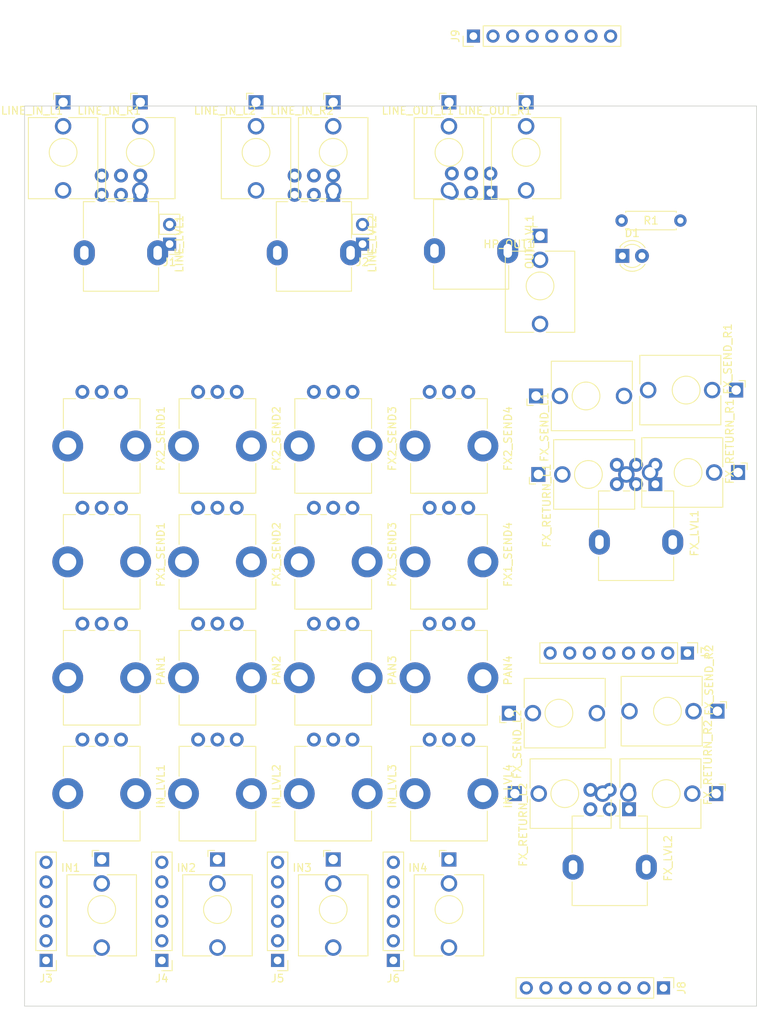
<source format=kicad_pcb>
(kicad_pcb (version 20221018) (generator pcbnew)
  (layers (0 "F.Cu" signal) (31 "B.Cu" signal) (34 "B.Paste" user) (35 "F.Paste" user) (36 "B.SilkS" user "B.Silkscreen") (37 "F.SilkS" user "F.Silkscreen") (38 "B.Mask" user) (39 "F.Mask" user) (44 "Edge.Cuts" user))
  (net 0 "")
  (net 1 "GND")
  (net 2 "/channel1/E1")
  (net 3 "/channel1/EF")
  (net 4 "/channel2/E1")
  (net 5 "/channel2/EF")
  (net 6 "/channel3/E1")
  (net 7 "/channel3/EF")
  (net 8 "/channel4/E1")
  (net 9 "/channel4/EF")
  (net 10 "/channel1/E2")
  (net 11 "/channel2/E2")
  (net 12 "/channel3/E2")
  (net 13 "/channel4/E2")
  (net 14 "Net-(IN2-PadT)")
  (net 15 "Net-(IN3-PadT)")
  (net 16 "Net-(IN4-PadT)")
  (net 17 "/channel1/IN")
  (net 18 "/channel2/IN")
  (net 19 "/channel3/IN")
  (net 20 "/channel4/IN")
  (net 21 "/channel1/PANL")
  (net 22 "/channel1/PANR")
  (net 23 "/channel2/PANL")
  (net 24 "/channel2/PANR")
  (net 25 "/channel3/PANL")
  (net 26 "/channel3/PANR")
  (net 27 "/channel4/PANL")
  (net 28 "/channel4/PANR")
  (net 29 "Net-(IN1-PadT)")
  (net 30 "Net-(D1-K)")
  (net 31 "+12V")
  (net 32 "/outputs/HPHR")
  (net 33 "Net-(J1-Pin_1)")
  (net 34 "Net-(LINE_IN_L1-PadT)")
  (net 35 "Net-(LINE_IN_L2-PadT)")
  (net 36 "Net-(LINE_IN_R1-PadT)")
  (net 37 "Net-(LINE_IN_R2-PadT)")
  (net 58 "Net-(J1-Pin_2)")
  (net 59 "Net-(J2-Pin_1)")
  (net 60 "Net-(J2-Pin_2)")
  (net 77 "/outputs/HPIL")
  (net 78 "/outputs/HPHL")
  (net 79 "/outputs/HPOL")
  (net 80 "/outputs/LLOUT")
  (net 81 "/outputs/RLOUT")
  (net 82 "/outputs/HPOR")
  (net 83 "/outputs/HPIR")
  (footprint "Library:Jack_3.5mm_QingPu_WQP-PJ398SM_Vertical_CircularHoles" (layer "F.Cu") (at 25 110)
    (fp_text reference "IN2" (at -4.03 -5.4 180) (layer "F.SilkS"))
    (fp_text value "AudioJack3")
    (pad "S" thru_hole rect (at 0 -6.48 180) (size 1.93 1.83) (drill 1.22) (layers "*.Cu" "*.Mask") (net 1 "GND"))
    (pad "T" thru_hole circle (at 0 4.92 180) (size 2.13 2.13) (drill 1.43) (layers "*.Cu" "*.Mask") (net 14 "Net-(IN2-PadT)"))
    (pad "TN" thru_hole circle (at 0 -3.38 180) (size 2.13 2.13) (drill 1.42) (layers "*.Cu" "*.Mask"))
  )
  (footprint "Library:Jack_3.5mm_QingPu_WQP-PJ398SM_Vertical_CircularHoles" (layer "F.Cu") (at 40 12)
    (fp_text reference "LINE_IN_R2" (at -4.03 -5.4 180) (layer "F.SilkS"))
    (fp_text value "AudioJack3")
    (pad "S" thru_hole rect (at 0 -6.48 180) (size 1.93 1.83) (drill 1.22) (layers "*.Cu" "*.Mask") (net 1 "GND"))
    (pad "T" thru_hole circle (at 0 4.92 180) (size 2.13 2.13) (drill 1.43) (layers "*.Cu" "*.Mask") (net 37 "Net-(LINE_IN_R2-PadT)"))
    (pad "TN" thru_hole circle (at 0 -3.38 180) (size 2.13 2.13) (drill 1.42) (layers "*.Cu" "*.Mask"))
  )
  (footprint "Library:Jack_3.5mm_QingPu_WQP-PJ398SM_Vertical_CircularHoles" (layer "F.Cu") (at 72.762 43.528 90)
    (fp_text reference "FX_SEND_L1" (at -4.03 -5.4 90) (layer "F.SilkS"))
    (fp_text value "AudioJack3")
    (pad "S" thru_hole rect (at 0 -6.48 270) (size 1.93 1.83) (drill 1.22) (layers "*.Cu" "*.Mask") (net 1 "GND"))
    (pad "T" thru_hole circle (at 0 4.92 270) (size 2.13 2.13) (drill 1.43) (layers "*.Cu" "*.Mask"))
    (pad "TN" thru_hole circle (at 0 -3.38 270) (size 2.13 2.13) (drill 1.42) (layers "*.Cu" "*.Mask"))
  )
  (footprint "Library:Jack_3.5mm_QingPu_WQP-PJ398SM_Vertical_CircularHoles" (layer "F.Cu") (at 70.01 94.996 90)
    (fp_text reference "FX_RETURN_L2" (at -4.03 -5.4 90) (layer "F.SilkS"))
    (fp_text value "AudioJack3")
    (pad "S" thru_hole rect (at 0 -6.48 270) (size 1.93 1.83) (drill 1.22) (layers "*.Cu" "*.Mask") (net 1 "GND"))
    (pad "T" thru_hole circle (at 0 4.92 270) (size 2.13 2.13) (drill 1.43) (layers "*.Cu" "*.Mask"))
    (pad "TN" thru_hole circle (at 0 -3.38 270) (size 2.13 2.13) (drill 1.42) (layers "*.Cu" "*.Mask"))
  )
  (footprint "Library:Potentiometer_Alpha_RD902F-40-00D_Dual_Vertical" (layer "F.Cu") (at 57.872 24.735 -90)
    (fp_text reference "OUT_LVL1" (at -1.15 -7.56 90) (layer "F.SilkS"))
    (fp_text value "100K")
    (pad "" thru_hole oval (at 0 -4.75) (size 2.72 3.24) (drill oval 1.1 1.8) (layers "*.Cu" "*.Mask"))
    (pad "" thru_hole oval (at 0 4.75) (size 2.72 3.24) (drill oval 1.1 1.8) (layers "*.Cu" "*.Mask"))
    (pad "1" thru_hole rect (at -7.5 -2.5) (size 1.8 1.8) (drill 1) (layers "*.Cu" "*.Mask") (net 1 "GND"))
    (pad "2" thru_hole circle (at -7.5 0) (size 1.8 1.8) (drill 1) (layers "*.Cu" "*.Mask") (net 77 "/outputs/HPIL"))
    (pad "3" thru_hole circle (at -7.5 2.5) (size 1.8 1.8) (drill 1) (layers "*.Cu" "*.Mask") (net 79 "/outputs/HPOL"))
    (pad "4" thru_hole circle (at -10 -2.5) (size 1.8 1.8) (drill 1) (layers "*.Cu" "*.Mask") (net 1 "GND"))
    (pad "5" thru_hole circle (at -10 0) (size 1.8 1.8) (drill 1) (layers "*.Cu" "*.Mask") (net 83 "/outputs/HPIR"))
    (pad "6" thru_hole circle (at -10 2.5) (size 1.8 1.8) (drill 1) (layers "*.Cu" "*.Mask") (net 82 "/outputs/HPOR"))
  )
  (footprint "Library:R_Axial_DIN0207_L6.3mm_D2.5mm_P7.62mm_Horizontal" (layer "F.Cu") (at 77.37 20.825)
    (fp_text reference "R1" (at 3.81 0) (layer "F.SilkS"))
    (fp_text value "4.7K")
    (pad "1" thru_hole circle (at 0 0) (size 1.6 1.6) (drill 0.8) (layers "*.Cu" "*.Mask") (net 30 "Net-(D1-K)"))
    (pad "2" thru_hole oval (at 7.62 0) (size 1.6 1.6) (drill 0.8) (layers "*.Cu" "*.Mask") (net 1 "GND"))
  )
  (footprint "Connector_PinHeader_2.54mm:PinHeader_1x02_P2.54mm_Vertical" (layer "F.Cu") (at 18.796 23.876 180)
    (fp_text reference "J1" (at 0 -2.33) (layer "F.SilkS"))
    (fp_text value "Conn_01x02")
    (pad "1" thru_hole rect (at 0 0 180) (size 1.7 1.7) (drill 1) (layers "*.Cu" "*.Mask") (net 33 "Net-(J1-Pin_1)"))
    (pad "2" thru_hole oval (at 0 2.54 180) (size 1.7 1.7) (drill 1) (layers "*.Cu" "*.Mask") (net 58 "Net-(J1-Pin_2)"))
  )
  (footprint "Library:Potentiometer_Alpha_RD902F-40-00D_Dual_Vertical" (layer "F.Cu") (at 79.248 62.444 -90)
    (fp_text reference "FX_LVL1" (at -1.15 -7.56 90) (layer "F.SilkS"))
    (fp_text value "100K")
    (pad "" thru_hole oval (at 0 -4.75) (size 2.72 3.24) (drill oval 1.1 1.8) (layers "*.Cu" "*.Mask"))
    (pad "" thru_hole oval (at 0 4.75) (size 2.72 3.24) (drill oval 1.1 1.8) (layers "*.Cu" "*.Mask"))
    (pad "1" thru_hole rect (at -7.5 -2.5) (size 1.8 1.8) (drill 1) (layers "*.Cu" "*.Mask"))
    (pad "2" thru_hole circle (at -7.5 0) (size 1.8 1.8) (drill 1) (layers "*.Cu" "*.Mask"))
    (pad "3" thru_hole circle (at -7.5 2.5) (size 1.8 1.8) (drill 1) (layers "*.Cu" "*.Mask"))
    (pad "4" thru_hole circle (at -10 -2.5) (size 1.8 1.8) (drill 1) (layers "*.Cu" "*.Mask"))
    (pad "5" thru_hole circle (at -10 0) (size 1.8 1.8) (drill 1) (layers "*.Cu" "*.Mask"))
    (pad "6" thru_hole circle (at -10 2.5) (size 1.8 1.8) (drill 1) (layers "*.Cu" "*.Mask"))
  )
  (footprint "LED_THT:LED_D3.0mm" (layer "F.Cu") (at 77.47 25.4)
    (fp_text reference "D1" (at 1.27 -2.96) (layer "F.SilkS"))
    (fp_text value "LED")
    (pad "1" thru_hole rect (at 0 0) (size 1.8 1.8) (drill 0.9) (layers "*.Cu" "*.Mask") (net 30 "Net-(D1-K)"))
    (pad "2" thru_hole circle (at 2.54 0) (size 1.8 1.8) (drill 0.9) (layers "*.Cu" "*.Mask") (net 31 "+12V"))
  )
  (footprint "Library:Potentiometer_Bourns_PTV09A-1_Single_Vertical" (layer "F.Cu") (at 25 50)
    (fp_text reference "FX2_SEND2" (at 7.65 -0.95 -90) (layer "F.SilkS"))
    (fp_text value "100K")
    (pad "1" thru_hole circle (at -2.5 -7 270) (size 1.8 1.8) (drill 1) (layers "*.Cu" "*.Mask") (net 1 "GND"))
    (pad "2" thru_hole circle (at 0 -7 270) (size 1.8 1.8) (drill 1) (layers "*.Cu" "*.Mask") (net 11 "/channel2/E2"))
    (pad "3" thru_hole circle (at 2.5 -7 270) (size 1.8 1.8) (drill 1) (layers "*.Cu" "*.Mask") (net 5 "/channel2/EF"))
    (pad "MP" thru_hole circle (at -4.4 0 270) (size 4 4) (drill 2.2) (layers "*.Cu" "*.Mask") (net 1 "GND"))
    (pad "MP" thru_hole circle (at 4.4 0 270) (size 4 4) (drill 2.2) (layers "*.Cu" "*.Mask") (net 1 "GND"))
  )
  (footprint "Library:Jack_3.5mm_QingPu_WQP-PJ398SM_Vertical_CircularHoles" (layer "F.Cu") (at 73.068 53.688 90)
    (fp_text reference "FX_RETURN_L1" (at -4.03 -5.4 90) (layer "F.SilkS"))
    (fp_text value "AudioJack3")
    (pad "S" thru_hole rect (at 0 -6.48 270) (size 1.93 1.83) (drill 1.22) (layers "*.Cu" "*.Mask") (net 1 "GND"))
    (pad "T" thru_hole circle (at 0 4.92 270) (size 2.13 2.13) (drill 1.43) (layers "*.Cu" "*.Mask"))
    (pad "TN" thru_hole circle (at 0 -3.38 270) (size 2.13 2.13) (drill 1.42) (layers "*.Cu" "*.Mask"))
  )
  (footprint "Library:Potentiometer_Bourns_PTV09A-1_Single_Vertical" (layer "F.Cu") (at 25 65)
    (fp_text reference "FX1_SEND2" (at 7.65 -0.95 -90) (layer "F.SilkS"))
    (fp_text value "100K")
    (pad "1" thru_hole circle (at -2.5 -7 270) (size 1.8 1.8) (drill 1) (layers "*.Cu" "*.Mask") (net 1 "GND"))
    (pad "2" thru_hole circle (at 0 -7 270) (size 1.8 1.8) (drill 1) (layers "*.Cu" "*.Mask") (net 4 "/channel2/E1"))
    (pad "3" thru_hole circle (at 2.5 -7 270) (size 1.8 1.8) (drill 1) (layers "*.Cu" "*.Mask") (net 5 "/channel2/EF"))
    (pad "MP" thru_hole circle (at -4.4 0 270) (size 4 4) (drill 2.2) (layers "*.Cu" "*.Mask") (net 1 "GND"))
    (pad "MP" thru_hole circle (at 4.4 0 270) (size 4 4) (drill 2.2) (layers "*.Cu" "*.Mask") (net 1 "GND"))
  )
  (footprint "Library:Potentiometer_Bourns_PTV09A-1_Single_Vertical" (layer "F.Cu") (at 40 50)
    (fp_text reference "FX2_SEND3" (at 7.65 -0.95 -90) (layer "F.SilkS"))
    (fp_text value "100K")
    (pad "1" thru_hole circle (at -2.5 -7 270) (size 1.8 1.8) (drill 1) (layers "*.Cu" "*.Mask") (net 1 "GND"))
    (pad "2" thru_hole circle (at 0 -7 270) (size 1.8 1.8) (drill 1) (layers "*.Cu" "*.Mask") (net 12 "/channel3/E2"))
    (pad "3" thru_hole circle (at 2.5 -7 270) (size 1.8 1.8) (drill 1) (layers "*.Cu" "*.Mask") (net 7 "/channel3/EF"))
    (pad "MP" thru_hole circle (at -4.4 0 270) (size 4 4) (drill 2.2) (layers "*.Cu" "*.Mask") (net 1 "GND"))
    (pad "MP" thru_hole circle (at 4.4 0 270) (size 4 4) (drill 2.2) (layers "*.Cu" "*.Mask") (net 1 "GND"))
  )
  (footprint "Library:Potentiometer_Bourns_PTV09A-1_Single_Vertical" (layer "F.Cu") (at 25 95)
    (fp_text reference "IN_LVL2" (at 7.65 -0.95 -90) (layer "F.SilkS"))
    (fp_text value "100K")
    (pad "1" thru_hole circle (at -2.5 -7 270) (size 1.8 1.8) (drill 1) (layers "*.Cu" "*.Mask") (net 1 "GND"))
    (pad "2" thru_hole circle (at 0 -7 270) (size 1.8 1.8) (drill 1) (layers "*.Cu" "*.Mask") (net 18 "/channel2/IN"))
    (pad "3" thru_hole circle (at 2.5 -7 270) (size 1.8 1.8) (drill 1) (layers "*.Cu" "*.Mask") (net 14 "Net-(IN2-PadT)"))
    (pad "MP" thru_hole circle (at -4.4 0 270) (size 4 4) (drill 2.2) (layers "*.Cu" "*.Mask") (net 1 "GND"))
    (pad "MP" thru_hole circle (at 4.4 0 270) (size 4 4) (drill 2.2) (layers "*.Cu" "*.Mask") (net 1 "GND"))
  )
  (footprint "Library:Potentiometer_Bourns_PTV09A-1_Single_Vertical" (layer "F.Cu") (at 10 65)
    (fp_text reference "FX1_SEND1" (at 7.65 -0.95 -90) (layer "F.SilkS"))
    (fp_text value "100K")
    (pad "1" thru_hole circle (at -2.5 -7 270) (size 1.8 1.8) (drill 1) (layers "*.Cu" "*.Mask") (net 1 "GND"))
    (pad "2" thru_hole circle (at 0 -7 270) (size 1.8 1.8) (drill 1) (layers "*.Cu" "*.Mask") (net 2 "/channel1/E1"))
    (pad "3" thru_hole circle (at 2.5 -7 270) (size 1.8 1.8) (drill 1) (layers "*.Cu" "*.Mask") (net 3 "/channel1/EF"))
    (pad "MP" thru_hole circle (at -4.4 0 270) (size 4 4) (drill 2.2) (layers "*.Cu" "*.Mask") (net 1 "GND"))
    (pad "MP" thru_hole circle (at 4.4 0 270) (size 4 4) (drill 2.2) (layers "*.Cu" "*.Mask") (net 1 "GND"))
  )
  (footprint "Library:Jack_3.5mm_QingPu_WQP-PJ398SM_Vertical_CircularHoles" (layer "F.Cu") (at 55 110)
    (fp_text reference "IN4" (at -4.03 -5.4 180) (layer "F.SilkS"))
    (fp_text value "AudioJack3")
    (pad "S" thru_hole rect (at 0 -6.48 180) (size 1.93 1.83) (drill 1.22) (layers "*.Cu" "*.Mask") (net 1 "GND"))
    (pad "T" thru_hole circle (at 0 4.92 180) (size 2.13 2.13) (drill 1.43) (layers "*.Cu" "*.Mask") (net 16 "Net-(IN4-PadT)"))
    (pad "TN" thru_hole circle (at 0 -3.38 180) (size 2.13 2.13) (drill 1.42) (layers "*.Cu" "*.Mask"))
  )
  (footprint "Library:Potentiometer_Bourns_PTV09A-1_Single_Vertical" (layer "F.Cu") (at 55 80)
    (fp_text reference "PAN4" (at 7.65 -0.95 -90) (layer "F.SilkS"))
    (fp_text value "100K")
    (pad "1" thru_hole circle (at -2.5 -7 270) (size 1.8 1.8) (drill 1) (layers "*.Cu" "*.Mask") (net 27 "/channel4/PANL"))
    (pad "2" thru_hole circle (at 0 -7 270) (size 1.8 1.8) (drill 1) (layers "*.Cu" "*.Mask") (net 1 "GND"))
    (pad "3" thru_hole circle (at 2.5 -7 270) (size 1.8 1.8) (drill 1) (layers "*.Cu" "*.Mask") (net 28 "/channel4/PANR"))
    (pad "MP" thru_hole circle (at -4.4 0 270) (size 4 4) (drill 2.2) (layers "*.Cu" "*.Mask") (net 1 "GND"))
    (pad "MP" thru_hole circle (at 4.4 0 270) (size 4 4) (drill 2.2) (layers "*.Cu" "*.Mask") (net 1 "GND"))
  )
  (footprint "Library:Potentiometer_Alpha_RD902F-40-00D_Dual_Vertical" (layer "F.Cu") (at 12.5 25 -90)
    (fp_text reference "LINE_LVL1" (at -1.15 -7.56 90) (layer "F.SilkS"))
    (fp_text value "100K")
    (pad "" thru_hole oval (at 0 -4.75) (size 2.72 3.24) (drill oval 1.1 1.8) (layers "*.Cu" "*.Mask"))
    (pad "" thru_hole oval (at 0 4.75) (size 2.72 3.24) (drill oval 1.1 1.8) (layers "*.Cu" "*.Mask"))
    (pad "1" thru_hole rect (at -7.5 -2.5) (size 1.8 1.8) (drill 1) (layers "*.Cu" "*.Mask") (net 1 "GND"))
    (pad "2" thru_hole circle (at -7.5 0) (size 1.8 1.8) (drill 1) (layers "*.Cu" "*.Mask") (net 33 "Net-(J1-Pin_1)"))
    (pad "3" thru_hole circle (at -7.5 2.5) (size 1.8 1.8) (drill 1) (layers "*.Cu" "*.Mask") (net 34 "Net-(LINE_IN_L1-PadT)"))
    (pad "4" thru_hole circle (at -10 -2.5) (size 1.8 1.8) (drill 1) (layers "*.Cu" "*.Mask") (net 1 "GND"))
    (pad "5" thru_hole circle (at -10 0) (size 1.8 1.8) (drill 1) (layers "*.Cu" "*.Mask") (net 58 "Net-(J1-Pin_2)"))
    (pad "6" thru_hole circle (at -10 2.5) (size 1.8 1.8) (drill 1) (layers "*.Cu" "*.Mask") (net 36 "Net-(LINE_IN_R1-PadT)"))
  )
  (footprint "Library:Jack_3.5mm_QingPu_WQP-PJ398SM_Vertical_CircularHoles" (layer "F.Cu") (at 40 110)
    (fp_text reference "IN3" (at -4.03 -5.4 180) (layer "F.SilkS"))
    (fp_text value "AudioJack3")
    (pad "S" thru_hole rect (at 0 -6.48 180) (size 1.93 1.83) (drill 1.22) (layers "*.Cu" "*.Mask") (net 1 "GND"))
    (pad "T" thru_hole circle (at 0 4.92 180) (size 2.13 2.13) (drill 1.43) (layers "*.Cu" "*.Mask") (net 15 "Net-(IN3-PadT)"))
    (pad "TN" thru_hole circle (at 0 -3.38 180) (size 2.13 2.13) (drill 1.42) (layers "*.Cu" "*.Mask"))
  )
  (footprint "Library:Jack_3.5mm_QingPu_WQP-PJ398SM_Vertical_CircularHoles" (layer "F.Cu") (at 83.152 94.996 -90)
    (fp_text reference "FX_RETURN_R2" (at -4.03 -5.4 90) (layer "F.SilkS"))
    (fp_text value "AudioJack3")
    (pad "S" thru_hole rect (at 0 -6.48 90) (size 1.93 1.83) (drill 1.22) (layers "*.Cu" "*.Mask") (net 1 "GND"))
    (pad "T" thru_hole circle (at 0 4.92 90) (size 2.13 2.13) (drill 1.43) (layers "*.Cu" "*.Mask"))
    (pad "TN" thru_hole circle (at 0 -3.38 90) (size 2.13 2.13) (drill 1.42) (layers "*.Cu" "*.Mask"))
  )
  (footprint "Library:Potentiometer_Bourns_PTV09A-1_Single_Vertical" (layer "F.Cu") (at 25 80)
    (fp_text reference "PAN2" (at 7.65 -0.95 -90) (layer "F.SilkS"))
    (fp_text value "100K")
    (pad "1" thru_hole circle (at -2.5 -7 270) (size 1.8 1.8) (drill 1) (layers "*.Cu" "*.Mask") (net 23 "/channel2/PANL"))
    (pad "2" thru_hole circle (at 0 -7 270) (size 1.8 1.8) (drill 1) (layers "*.Cu" "*.Mask") (net 1 "GND"))
    (pad "3" thru_hole circle (at 2.5 -7 270) (size 1.8 1.8) (drill 1) (layers "*.Cu" "*.Mask") (net 24 "/channel2/PANR"))
    (pad "MP" thru_hole circle (at -4.4 0 270) (size 4 4) (drill 2.2) (layers "*.Cu" "*.Mask") (net 1 "GND"))
    (pad "MP" thru_hole circle (at 4.4 0 270) (size 4 4) (drill 2.2) (layers "*.Cu" "*.Mask") (net 1 "GND"))
  )
  (footprint "Library:Potentiometer_Alpha_RD902F-40-00D_Dual_Vertical" (layer "F.Cu") (at 37.5 25 -90)
    (fp_text reference "LINE_LVL2" (at -1.15 -7.56 90) (layer "F.SilkS"))
    (fp_text value "100K")
    (pad "" thru_hole oval (at 0 -4.75) (size 2.72 3.24) (drill oval 1.1 1.8) (layers "*.Cu" "*.Mask"))
    (pad "" thru_hole oval (at 0 4.75) (size 2.72 3.24) (drill oval 1.1 1.8) (layers "*.Cu" "*.Mask"))
    (pad "1" thru_hole rect (at -7.5 -2.5) (size 1.8 1.8) (drill 1) (layers "*.Cu" "*.Mask") (net 1 "GND"))
    (pad "2" thru_hole circle (at -7.5 0) (size 1.8 1.8) (drill 1) (layers "*.Cu" "*.Mask") (net 59 "Net-(J2-Pin_1)"))
    (pad "3" thru_hole circle (at -7.5 2.5) (size 1.8 1.8) (drill 1) (layers "*.Cu" "*.Mask") (net 35 "Net-(LINE_IN_L2-PadT)"))
    (pad "4" thru_hole circle (at -10 -2.5) (size 1.8 1.8) (drill 1) (layers "*.Cu" "*.Mask") (net 1 "GND"))
    (pad "5" thru_hole circle (at -10 0) (size 1.8 1.8) (drill 1) (layers "*.Cu" "*.Mask") (net 60 "Net-(J2-Pin_2)"))
    (pad "6" thru_hole circle (at -10 2.5) (size 1.8 1.8) (drill 1) (layers "*.Cu" "*.Mask") (net 37 "Net-(LINE_IN_R2-PadT)"))
  )
  (footprint "Library:Potentiometer_Bourns_PTV09A-1_Single_Vertical" (layer "F.Cu") (at 55 65)
    (fp_text reference "FX1_SEND4" (at 7.65 -0.95 -90) (layer "F.SilkS"))
    (fp_text value "100K")
    (pad "1" thru_hole circle (at -2.5 -7 270) (size 1.8 1.8) (drill 1) (layers "*.Cu" "*.Mask") (net 1 "GND"))
    (pad "2" thru_hole circle (at 0 -7 270) (size 1.8 1.8) (drill 1) (layers "*.Cu" "*.Mask") (net 8 "/channel4/E1"))
    (pad "3" thru_hole circle (at 2.5 -7 270) (size 1.8 1.8) (drill 1) (layers "*.Cu" "*.Mask") (net 9 "/channel4/EF"))
    (pad "MP" thru_hole circle (at -4.4 0 270) (size 4 4) (drill 2.2) (layers "*.Cu" "*.Mask") (net 1 "GND"))
    (pad "MP" thru_hole circle (at 4.4 0 270) (size 4 4) (drill 2.2) (layers "*.Cu" "*.Mask") (net 1 "GND"))
  )
  (footprint "Library:Potentiometer_Bourns_PTV09A-1_Single_Vertical" (layer "F.Cu") (at 10 50)
    (fp_text reference "FX2_SEND1" (at 7.65 -0.95 -90) (layer "F.SilkS"))
    (fp_text value "100K")
    (pad "1" thru_hole circle (at -2.5 -7 270) (size 1.8 1.8) (drill 1) (layers "*.Cu" "*.Mask") (net 1 "GND"))
    (pad "2" thru_hole circle (at 0 -7 270) (size 1.8 1.8) (drill 1) (layers "*.Cu" "*.Mask") (net 10 "/channel1/E2"))
    (pad "3" thru_hole circle (at 2.5 -7 270) (size 1.8 1.8) (drill 1) (layers "*.Cu" "*.Mask") (net 3 "/channel1/EF"))
    (pad "MP" thru_hole circle (at -4.4 0 270) (size 4 4) (drill 2.2) (layers "*.Cu" "*.Mask") (net 1 "GND"))
    (pad "MP" thru_hole circle (at 4.4 0 270) (size 4 4) (drill 2.2) (layers "*.Cu" "*.Mask") (net 1 "GND"))
  )
  (footprint "Library:Jack_3.5mm_QingPu_WQP-PJ398SM_Vertical_CircularHoles" (layer "F.Cu") (at 83.312 84.328 -90)
    (fp_text reference "FX_SEND_R2" (at -4.03 -5.4 90) (layer "F.SilkS"))
    (fp_text value "AudioJack3")
    (pad "S" thru_hole rect (at 0 -6.48 90) (size 1.93 1.83) (drill 1.22) (layers "*.Cu" "*.Mask") (net 1 "GND"))
    (pad "T" thru_hole circle (at 0 4.92 90) (size 2.13 2.13) (drill 1.43) (layers "*.Cu" "*.Mask"))
    (pad "TN" thru_hole circle (at 0 -3.38 90) (size 2.13 2.13) (drill 1.42) (layers "*.Cu" "*.Mask"))
  )
  (footprint "Library:Jack_3.5mm_QingPu_WQP-PJ398SM_Vertical_CircularHoles" (layer "F.Cu") (at 15 12)
    (fp_text reference "LINE_IN_R1" (at -4.03 -5.4 180) (layer "F.SilkS"))
    (fp_text value "AudioJack3")
    (pad "S" thru_hole rect (at 0 -6.48 180) (size 1.93 1.83) (drill 1.22) (layers "*.Cu" "*.Mask") (net 1 "GND"))
    (pad "T" thru_hole circle (at 0 4.92 180) (size 2.13 2.13) (drill 1.43) (layers "*.Cu" "*.Mask") (net 36 "Net-(LINE_IN_R1-PadT)"))
    (pad "TN" thru_hole circle (at 0 -3.38 180) (size 2.13 2.13) (drill 1.42) (layers "*.Cu" "*.Mask"))
  )
  (footprint "Connector_PinHeader_2.54mm:PinHeader_1x08_P2.54mm_Vertical" (layer "F.Cu") (at 58.166 -3.048 90)
    (fp_text reference "J9" (at 0 -2.33 90) (layer "F.SilkS"))
    (fp_text value "Conn_01x08")
    (pad "1" thru_hole rect (at 0 0 90) (size 1.7 1.7) (drill 1) (layers "*.Cu" "*.Mask") (net 77 "/outputs/HPIL"))
    (pad "2" thru_hole oval (at 0 2.54 90) (size 1.7 1.7) (drill 1) (layers "*.Cu" "*.Mask") (net 78 "/outputs/HPHL"))
    (pad "3" thru_hole oval (at 0 5.08 90) (size 1.7 1.7) (drill 1) (layers "*.Cu" "*.Mask") (net 79 "/outputs/HPOL"))
    (pad "4" thru_hole oval (at 0 7.62 90) (size 1.7 1.7) (drill 1) (layers "*.Cu" "*.Mask") (net 80 "/outputs/LLOUT"))
    (pad "5" thru_hole oval (at 0 10.16 90) (size 1.7 1.7) (drill 1) (layers "*.Cu" "*.Mask") (net 81 "/outputs/RLOUT"))
    (pad "6" thru_hole oval (at 0 12.7 90) (size 1.7 1.7) (drill 1) (layers "*.Cu" "*.Mask") (net 82 "/outputs/HPOR"))
    (pad "7" thru_hole oval (at 0 15.24 90) (size 1.7 1.7) (drill 1) (layers "*.Cu" "*.Mask") (net 32 "/outputs/HPHR"))
    (pad "8" thru_hole oval (at 0 17.78 90) (size 1.7 1.7) (drill 1) (layers "*.Cu" "*.Mask") (net 83 "/outputs/HPIR"))
  )
  (footprint "Library:Jack_3.5mm_QingPu_WQP-PJ398SM_Vertical_CircularHoles" (layer "F.Cu") (at 85.732 42.766 -90)
    (fp_text reference "FX_SEND_R1" (at -4.03 -5.4 90) (layer "F.SilkS"))
    (fp_text value "AudioJack3")
    (pad "S" thru_hole rect (at 0 -6.48 90) (size 1.93 1.83) (drill 1.22) (layers "*.Cu" "*.Mask") (net 1 "GND"))
    (pad "T" thru_hole circle (at 0 4.92 90) (size 2.13 2.13) (drill 1.43) (layers "*.Cu" "*.Mask"))
    (pad "TN" thru_hole circle (at 0 -3.38 90) (size 2.13 2.13) (drill 1.42) (layers "*.Cu" "*.Mask"))
  )
  (footprint "Library:Potentiometer_Bourns_PTV09A-1_Single_Vertical" (layer "F.Cu") (at 10 80)
    (fp_text reference "PAN1" (at 7.65 -0.95 -90) (layer "F.SilkS"))
    (fp_text value "100K")
    (pad "1" thru_hole circle (at -2.5 -7 270) (size 1.8 1.8) (drill 1) (layers "*.Cu" "*.Mask") (net 21 "/channel1/PANL"))
    (pad "2" thru_hole circle (at 0 -7 270) (size 1.8 1.8) (drill 1) (layers "*.Cu" "*.Mask") (net 1 "GND"))
    (pad "3" thru_hole circle (at 2.5 -7 270) (size 1.8 1.8) (drill 1) (layers "*.Cu" "*.Mask") (net 22 "/channel1/PANR"))
    (pad "MP" thru_hole circle (at -4.4 0 270) (size 4 4) (drill 2.2) (layers "*.Cu" "*.Mask") (net 1 "GND"))
    (pad "MP" thru_hole circle (at 4.4 0 270) (size 4 4) (drill 2.2) (layers "*.Cu" "*.Mask") (net 1 "GND"))
  )
  (footprint "Library:Potentiometer_Bourns_PTV09A-1_Single_Vertical" (layer "F.Cu") (at 40 95)
    (fp_text reference "IN_LVL3" (at 7.65 -0.95 -90) (layer "F.SilkS"))
    (fp_text value "100K")
    (pad "1" thru_hole circle (at -2.5 -7 270) (size 1.8 1.8) (drill 1) (layers "*.Cu" "*.Mask") (net 1 "GND"))
    (pad "2" thru_hole circle (at 0 -7 270) (size 1.8 1.8) (drill 1) (layers "*.Cu" "*.Mask") (net 19 "/channel3/IN"))
    (pad "3" thru_hole circle (at 2.5 -7 270) (size 1.8 1.8) (drill 1) (layers "*.Cu" "*.Mask") (net 15 "Net-(IN3-PadT)"))
    (pad "MP" thru_hole circle (at -4.4 0 270) (size 4 4) (drill 2.2) (layers "*.Cu" "*.Mask") (net 1 "GND"))
    (pad "MP" thru_hole circle (at 4.4 0 270) (size 4 4) (drill 2.2) (layers "*.Cu" "*.Mask") (net 1 "GND"))
  )
  (footprint "Connector_PinHeader_2.54mm:PinHeader_1x06_P2.54mm_Vertical" (layer "F.Cu") (at 32.794 116.586 180)
    (fp_text reference "J5" (at 0 -2.33) (layer "F.SilkS"))
    (fp_text value "Conn_01x06")
    (pad "1" thru_hole rect (at 0 0 180) (size 1.7 1.7) (drill 1) (layers "*.Cu" "*.Mask") (net 19 "/channel3/IN"))
    (pad "2" thru_hole oval (at 0 2.54 180) (size 1.7 1.7) (drill 1) (layers "*.Cu" "*.Mask") (net 25 "/channel3/PANL"))
    (pad "3" thru_hole oval (at 0 5.08 180) (size 1.7 1.7) (drill 1) (layers "*.Cu" "*.Mask") (net 26 "/channel3/PANR"))
    (pad "4" thru_hole oval (at 0 7.62 180) (size 1.7 1.7) (drill 1) (layers "*.Cu" "*.Mask") (net 7 "/channel3/EF"))
    (pad "5" thru_hole oval (at 0 10.16 180) (size 1.7 1.7) (drill 1) (layers "*.Cu" "*.Mask") (net 6 "/channel3/E1"))
    (pad "6" thru_hole oval (at 0 12.7 180) (size 1.7 1.7) (drill 1) (layers "*.Cu" "*.Mask") (net 12 "/channel3/E2"))
  )
  (footprint "Library:Potentiometer_Bourns_PTV09A-1_Single_Vertical" (layer "F.Cu") (at 55 50)
    (fp_text reference "FX2_SEND4" (at 7.65 -0.95 -90) (layer "F.SilkS"))
    (fp_text value "100K")
    (pad "1" thru_hole circle (at -2.5 -7 270) (size 1.8 1.8) (drill 1) (layers "*.Cu" "*.Mask") (net 1 "GND"))
    (pad "2" thru_hole circle (at 0 -7 270) (size 1.8 1.8) (drill 1) (layers "*.Cu" "*.Mask") (net 13 "/channel4/E2"))
    (pad "3" thru_hole circle (at 2.5 -7 270) (size 1.8 1.8) (drill 1) (layers "*.Cu" "*.Mask") (net 9 "/channel4/EF"))
    (pad "MP" thru_hole circle (at -4.4 0 270) (size 4 4) (drill 2.2) (layers "*.Cu" "*.Mask") (net 1 "GND"))
    (pad "MP" thru_hole circle (at 4.4 0 270) (size 4 4) (drill 2.2) (layers "*.Cu" "*.Mask") (net 1 "GND"))
  )
  (footprint "Library:Jack_3.5mm_QingPu_WQP-PJ398SM_Vertical_CircularHoles" (layer "F.Cu") (at 55 12)
    (fp_text reference "LINE_OUT_L1" (at -4.03 -5.4 180) (layer "F.SilkS"))
    (fp_text value "AudioJack3")
    (pad "S" thru_hole rect (at 0 -6.48 180) (size 1.93 1.83) (drill 1.22) (layers "*.Cu" "*.Mask") (net 1 "GND"))
    (pad "T" thru_hole circle (at 0 4.92 180) (size 2.13 2.13) (drill 1.43) (layers "*.Cu" "*.Mask") (net 81 "/outputs/RLOUT"))
    (pad "TN" thru_hole circle (at 0 -3.38 180) (size 2.13 2.13) (drill 1.42) (layers "*.Cu" "*.Mask"))
  )
  (footprint "Library:Jack_3.5mm_QingPu_WQP-PJ398SM_Vertical_CircularHoles" (layer "F.Cu") (at 66.802 29.288)
    (fp_text reference "HP_OUT1" (at -4.03 -5.4 180) (layer "F.SilkS"))
    (fp_text value "AudioJack3")
    (pad "S" thru_hole rect (at 0 -6.48 180) (size 1.93 1.83) (drill 1.22) (layers "*.Cu" "*.Mask") (net 1 "GND"))
    (pad "T" thru_hole circle (at 0 4.92 180) (size 2.13 2.13) (drill 1.43) (layers "*.Cu" "*.Mask") (net 32 "/outputs/HPHR"))
    (pad "TN" thru_hole circle (at 0 -3.38 180) (size 2.13 2.13) (drill 1.42) (layers "*.Cu" "*.Mask"))
  )
  (footprint "Library:Potentiometer_Bourns_PTV09A-1_Single_Vertical" (layer "F.Cu") (at 40 65)
    (fp_text reference "FX1_SEND3" (at 7.65 -0.95 -90) (layer "F.SilkS"))
    (fp_text value "100K")
    (pad "1" thru_hole circle (at -2.5 -7 270) (size 1.8 1.8) (drill 1) (layers "*.Cu" "*.Mask") (net 1 "GND"))
    (pad "2" thru_hole circle (at 0 -7 270) (size 1.8 1.8) (drill 1) (layers "*.Cu" "*.Mask") (net 6 "/channel3/E1"))
    (pad "3" thru_hole circle (at 2.5 -7 270) (size 1.8 1.8) (drill 1) (layers "*.Cu" "*.Mask") (net 7 "/channel3/EF"))
    (pad "MP" thru_hole circle (at -4.4 0 270) (size 4 4) (drill 2.2) (layers "*.Cu" "*.Mask") (net 1 "GND"))
    (pad "MP" thru_hole circle (at 4.4 0 270) (size 4 4) (drill 2.2) (layers "*.Cu" "*.Mask") (net 1 "GND"))
  )
  (footprint "Connector_PinHeader_2.54mm:PinHeader_1x02_P2.54mm_Vertical" (layer "F.Cu") (at 43.796 23.876 180)
    (fp_text reference "J2" (at 0 -2.33) (layer "F.SilkS"))
    (fp_text value "Conn_01x02")
    (pad "1" thru_hole rect (at 0 0 180) (size 1.7 1.7) (drill 1) (layers "*.Cu" "*.Mask") (net 59 "Net-(J2-Pin_1)"))
    (pad "2" thru_hole oval (at 0 2.54 180) (size 1.7 1.7) (drill 1) (layers "*.Cu" "*.Mask") (net 60 "Net-(J2-Pin_2)"))
  )
  (footprint "Connector_PinHeader_2.54mm:PinHeader_1x08_P2.54mm_Vertical" (layer "F.Cu") (at 82.804 120.142 -90)
    (fp_text reference "J8" (at 0 -2.33 90) (layer "F.SilkS"))
    (fp_text value "Conn_01x08")
    (pad "1" thru_hole rect (at 0 0 270) (size 1.7 1.7) (drill 1) (layers "*.Cu" "*.Mask"))
    (pad "2" thru_hole oval (at 0 2.54 270) (size 1.7 1.7) (drill 1) (layers "*.Cu" "*.Mask"))
    (pad "3" thru_hole oval (at 0 5.08 270) (size 1.7 1.7) (drill 1) (layers "*.Cu" "*.Mask"))
    (pad "4" thru_hole oval (at 0 7.62 270) (size 1.7 1.7) (drill 1) (layers "*.Cu" "*.Mask"))
    (pad "5" thru_hole oval (at 0 10.16 270) (size 1.7 1.7) (drill 1) (layers "*.Cu" "*.Mask"))
    (pad "6" thru_hole oval (at 0 12.7 270) (size 1.7 1.7) (drill 1) (layers "*.Cu" "*.Mask"))
    (pad "7" thru_hole oval (at 0 15.24 270) (size 1.7 1.7) (drill 1) (layers "*.Cu" "*.Mask"))
    (pad "8" thru_hole oval (at 0 17.78 270) (size 1.7 1.7) (drill 1) (layers "*.Cu" "*.Mask"))
  )
  (footprint "Library:Potentiometer_Bourns_PTV09A-1_Single_Vertical" (layer "F.Cu") (at 10 95)
    (fp_text reference "IN_LVL1" (at 7.65 -0.95 -90) (layer "F.SilkS"))
    (fp_text value "100K")
    (pad "1" thru_hole circle (at -2.5 -7 270) (size 1.8 1.8) (drill 1) (layers "*.Cu" "*.Mask") (net 1 "GND"))
    (pad "2" thru_hole circle (at 0 -7 270) (size 1.8 1.8) (drill 1) (layers "*.Cu" "*.Mask") (net 17 "/channel1/IN"))
    (pad "3" thru_hole circle (at 2.5 -7 270) (size 1.8 1.8) (drill 1) (layers "*.Cu" "*.Mask") (net 29 "Net-(IN1-PadT)"))
    (pad "MP" thru_hole circle (at -4.4 0 270) (size 4 4) (drill 2.2) (layers "*.Cu" "*.Mask") (net 1 "GND"))
    (pad "MP" thru_hole circle (at 4.4 0 270) (size 4 4) (drill 2.2) (layers "*.Cu" "*.Mask") (net 1 "GND"))
  )
  (footprint "Library:Potentiometer_Bourns_PTV09A-1_Single_Vertical" (layer "F.Cu") (at 55 95)
    (fp_text reference "IN_LVL4" (at 7.65 -0.95 -90) (layer "F.SilkS"))
    (fp_text value "100K")
    (pad "1" thru_hole circle (at -2.5 -7 270) (size 1.8 1.8) (drill 1) (layers "*.Cu" "*.Mask") (net 1 "GND"))
    (pad "2" thru_hole circle (at 0 -7 270) (size 1.8 1.8) (drill 1) (layers "*.Cu" "*.Mask") (net 20 "/channel4/IN"))
    (pad "3" thru_hole circle (at 2.5 -7 270) (size 1.8 1.8) (drill 1) (layers "*.Cu" "*.Mask") (net 16 "Net-(IN4-PadT)"))
    (pad "MP" thru_hole circle (at -4.4 0 270) (size 4 4) (drill 2.2) (layers "*.Cu" "*.Mask") (net 1 "GND"))
    (pad "MP" thru_hole circle (at 4.4 0 270) (size 4 4) (drill 2.2) (layers "*.Cu" "*.Mask") (net 1 "GND"))
  )
  (footprint "Connector_PinHeader_2.54mm:PinHeader_1x06_P2.54mm_Vertical" (layer "F.Cu") (at 2.794 116.586 180)
    (fp_text reference "J3" (at 0 -2.33) (layer "F.SilkS"))
    (fp_text value "Conn_01x06")
    (pad "1" thru_hole rect (at 0 0 180) (size 1.7 1.7) (drill 1) (layers "*.Cu" "*.Mask") (net 17 "/channel1/IN"))
    (pad "2" thru_hole oval (at 0 2.54 180) (size 1.7 1.7) (drill 1) (layers "*.Cu" "*.Mask") (net 21 "/channel1/PANL"))
    (pad "3" thru_hole oval (at 0 5.08 180) (size 1.7 1.7) (drill 1) (layers "*.Cu" "*.Mask") (net 22 "/channel1/PANR"))
    (pad "4" thru_hole oval (at 0 7.62 180) (size 1.7 1.7) (drill 1) (layers "*.Cu" "*.Mask") (net 3 "/channel1/EF"))
    (pad "5" thru_hole oval (at 0 10.16 180) (size 1.7 1.7) (drill 1) (layers "*.Cu" "*.Mask") (net 2 "/channel1/E1"))
    (pad "6" thru_hole oval (at 0 12.7 180) (size 1.7 1.7) (drill 1) (layers "*.Cu" "*.Mask") (net 10 "/channel1/E2"))
  )
  (footprint "Library:Jack_3.5mm_QingPu_WQP-PJ398SM_Vertical_CircularHoles" (layer "F.Cu") (at 10 110)
    (fp_text reference "IN1" (at -4.03 -5.4 180) (layer "F.SilkS"))
    (fp_text value "AudioJack3")
    (pad "S" thru_hole rect (at 0 -6.48 180) (size 1.93 1.83) (drill 1.22) (layers "*.Cu" "*.Mask") (net 1 "GND"))
    (pad "T" thru_hole circle (at 0 4.92 180) (size 2.13 2.13) (drill 1.43) (layers "*.Cu" "*.Mask") (net 29 "Net-(IN1-PadT)"))
    (pad "TN" thru_hole circle (at 0 -3.38 180) (size 2.13 2.13) (drill 1.42) (layers "*.Cu" "*.Mask"))
  )
  (footprint "Library:Jack_3.5mm_QingPu_WQP-PJ398SM_Vertical_CircularHoles" (layer "F.Cu") (at 5 12)
    (fp_text reference "LINE_IN_L1" (at -4.03 -5.4 180) (layer "F.SilkS"))
    (fp_text value "AudioJack3")
    (pad "S" thru_hole rect (at 0 -6.48 180) (size 1.93 1.83) (drill 1.22) (layers "*.Cu" "*.Mask") (net 1 "GND"))
    (pad "T" thru_hole circle (at 0 4.92 180) (size 2.13 2.13) (drill 1.43) (layers "*.Cu" "*.Mask") (net 34 "Net-(LINE_IN_L1-PadT)"))
    (pad "TN" thru_hole circle (at 0 -3.38 180) (size 2.13 2.13) (drill 1.42) (layers "*.Cu" "*.Mask"))
  )
  (footprint "Connector_PinHeader_2.54mm:PinHeader_1x06_P2.54mm_Vertical" (layer "F.Cu") (at 17.794 116.586 180)
    (fp_text reference "J4" (at 0 -2.33) (layer "F.SilkS"))
    (fp_text value "Conn_01x06")
    (pad "1" thru_hole rect (at 0 0 180) (size 1.7 1.7) (drill 1) (layers "*.Cu" "*.Mask") (net 18 "/channel2/IN"))
    (pad "2" thru_hole oval (at 0 2.54 180) (size 1.7 1.7) (drill 1) (layers "*.Cu" "*.Mask") (net 23 "/channel2/PANL"))
    (pad "3" thru_hole oval (at 0 5.08 180) (size 1.7 1.7) (drill 1) (layers "*.Cu" "*.Mask") (net 24 "/channel2/PANR"))
    (pad "4" thru_hole oval (at 0 7.62 180) (size 1.7 1.7) (drill 1) (layers "*.Cu" "*.Mask") (net 5 "/channel2/EF"))
    (pad "5" thru_hole oval (at 0 10.16 180) (size 1.7 1.7) (drill 1) (layers "*.Cu" "*.Mask") (net 4 "/channel2/E1"))
    (pad "6" thru_hole oval (at 0 12.7 180) (size 1.7 1.7) (drill 1) (layers "*.Cu" "*.Mask") (net 11 "/channel2/E2"))
  )
  (footprint "Library:Jack_3.5mm_QingPu_WQP-PJ398SM_Vertical_CircularHoles" (layer "F.Cu") (at 30 12)
    (fp_text reference "LINE_IN_L2" (at -4.03 -5.4 180) (layer "F.SilkS"))
    (fp_text value "AudioJack3")
    (pad "S" thru_hole rect (at 0 -6.48 180) (size 1.93 1.83) (drill 1.22) (layers "*.Cu" "*.Mask") (net 1 "GND"))
    (pad "T" thru_hole circle (at 0 4.92 180) (size 2.13 2.13) (drill 1.43) (layers "*.Cu" "*.Mask") (net 35 "Net-(LINE_IN_L2-PadT)"))
    (pad "TN" thru_hole circle (at 0 -3.38 180) (size 2.13 2.13) (drill 1.42) (layers "*.Cu" "*.Mask"))
  )
  (footprint "Library:Jack_3.5mm_QingPu_WQP-PJ398SM_Vertical_CircularHoles" (layer "F.Cu") (at 85.986 53.434 -90)
    (fp_text reference "FX_RETURN_R1" (at -4.03 -5.4 90) (layer "F.SilkS"))
    (fp_text value "AudioJack3")
    (pad "S" thru_hole rect (at 0 -6.48 90) (size 1.93 1.83) (drill 1.22) (layers "*.Cu" "*.Mask") (net 1 "GND"))
    (pad "T" thru_hole circle (at 0 4.92 90) (size 2.13 2.13) (drill 1.43) (layers "*.Cu" "*.Mask"))
    (pad "TN" thru_hole circle (at 0 -3.38 90) (size 2.13 2.13) (drill 1.42) (layers "*.Cu" "*.Mask"))
  )
  (footprint "Library:Potentiometer_Bourns_PTV09A-1_Single_Vertical" (layer "F.Cu") (at 40 80)
    (fp_text reference "PAN3" (at 7.65 -0.95 -90) (layer "F.SilkS"))
    (fp_text value "100K")
    (pad "1" thru_hole circle (at -2.5 -7 270) (size 1.8 1.8) (drill 1) (layers "*.Cu" "*.Mask") (net 25 "/channel3/PANL"))
    (pad "2" thru_hole circle (at 0 -7 270) (size 1.8 1.8) (drill 1) (layers "*.Cu" "*.Mask") (net 1 "GND"))
    (pad "3" thru_hole circle (at 2.5 -7 270) (size 1.8 1.8) (drill 1) (layers "*.Cu" "*.Mask") (net 26 "/channel3/PANR"))
    (pad "MP" thru_hole circle (at -4.4 0 270) (size 4 4) (drill 2.2) (layers "*.Cu" "*.Mask") (net 1 "GND"))
    (pad "MP" thru_hole circle (at 4.4 0 270) (size 4 4) (drill 2.2) (layers "*.Cu" "*.Mask") (net 1 "GND"))
  )
  (footprint "Connector_PinHeader_2.54mm:PinHeader_1x08_P2.54mm_Vertical" (layer "F.Cu") (at 85.892 76.802 -90)
    (fp_text reference "J7" (at 0 -2.33 90) (layer "F.SilkS"))
    (fp_text value "Conn_01x08")
    (pad "1" thru_hole rect (at 0 0 270) (size 1.7 1.7) (drill 1) (layers "*.Cu" "*.Mask"))
    (pad "2" thru_hole oval (at 0 2.54 270) (size 1.7 1.7) (drill 1) (layers "*.Cu" "*.Mask"))
    (pad "3" thru_hole oval (at 0 5.08 270) (size 1.7 1.7) (drill 1) (layers "*.Cu" "*.Mask"))
    (pad "4" thru_hole oval (at 0 7.62 270) (size 1.7 1.7) (drill 1) (layers "*.Cu" "*.Mask"))
    (pad "5" thru_hole oval (at 0 10.16 270) (size 1.7 1.7) (drill 1) (layers "*.Cu" "*.Mask"))
    (pad "6" thru_hole oval (at 0 12.7 270) (size 1.7 1.7) (drill 1) (layers "*.Cu" "*.Mask"))
    (pad "7" thru_hole oval (at 0 15.24 270) (size 1.7 1.7) (drill 1) (layers "*.Cu" "*.Mask"))
    (pad "8" thru_hole oval (at 0 17.78 270) (size 1.7 1.7) (drill 1) (layers "*.Cu" "*.Mask"))
  )
  (footprint "Library:Potentiometer_Alpha_RD902F-40-00D_Dual_Vertical" (layer "F.Cu") (at 75.83 104.514 -90)
    (fp_text reference "FX_LVL2" (at -1.15 -7.56 90) (layer "F.SilkS"))
    (fp_text value "100K")
    (pad "" thru_hole oval (at 0 -4.75) (size 2.72 3.24) (drill oval 1.1 1.8) (layers "*.Cu" "*.Mask"))
    (pad "" thru_hole oval (at 0 4.75) (size 2.72 3.24) (drill oval 1.1 1.8) (layers "*.Cu" "*.Mask"))
    (pad "1" thru_hole rect (at -7.5 -2.5) (size 1.8 1.8) (drill 1) (layers "*.Cu" "*.Mask"))
    (pad "2" thru_hole circle (at -7.5 0) (size 1.8 1.8) (drill 1) (layers "*.Cu" "*.Mask"))
    (pad "3" thru_hole circle (at -7.5 2.5) (size 1.8 1.8) (drill 1) (layers "*.Cu" "*.Mask"))
    (pad "4" thru_hole circle (at -10 -2.5) (size 1.8 1.8) (drill 1) (layers "*.Cu" "*.Mask"))
    (pad "5" thru_hole circle (at -10 0) (size 1.8 1.8) (drill 1) (layers "*.Cu" "*.Mask"))
    (pad "6" thru_hole circle (at -10 2.5) (size 1.8 1.8) (drill 1) (layers "*.Cu" "*.Mask"))
  )
  (footprint "Library:Jack_3.5mm_QingPu_WQP-PJ398SM_Vertical_CircularHoles" (layer "F.Cu") (at 69.248 84.582 90)
    (fp_text reference "FX_SEND_L2" (at -4.03 -5.4 90) (layer "F.SilkS"))
    (fp_text value "AudioJack3")
    (pad "S" thru_hole rect (at 0 -6.48 270) (size 1.93 1.83) (drill 1.22) (layers "*.Cu" "*.Mask") (net 1 "GND"))
    (pad "T" thru_hole circle (at 0 4.92 270) (size 2.13 2.13) (drill 1.43) (layers "*.Cu" "*.Mask"))
    (pad "TN" thru_hole circle (at 0 -3.38 270) (size 2.13 2.13) (drill 1.42) (layers "*.Cu" "*.Mask"))
  )
  (footprint "Library:Jack_3.5mm_QingPu_WQP-PJ398SM_Vertical_CircularHoles" (layer "F.Cu") (at 65 12)
    (fp_text reference "LINE_OUT_R1" (at -4.03 -5.4 180) (layer "F.SilkS"))
    (fp_text value "AudioJack3")
    (pad "S" thru_hole rect (at 0 -6.48 180) (size 1.93 1.83) (drill 1.22) (layers "*.Cu" "*.Mask") (net 1 "GND"))
    (pad "T" thru_hole circle (at 0 4.92 180) (size 2.13 2.13) (drill 1.43) (layers "*.Cu" "*.Mask") (net 80 "/outputs/LLOUT"))
    (pad "TN" thru_hole circle (at 0 -3.38 180) (size 2.13 2.13) (drill 1.42) (layers "*.Cu" "*.Mask"))
  )
  (footprint "Connector_PinHeader_2.54mm:PinHeader_1x06_P2.54mm_Vertical" (layer "F.Cu") (at 47.794 116.586 180)
    (fp_text reference "J6" (at 0 -2.33) (layer "F.SilkS"))
    (fp_text value "Conn_01x06")
    (pad "1" thru_hole rect (at 0 0 180) (size 1.7 1.7) (drill 1) (layers "*.Cu" "*.Mask") (net 20 "/channel4/IN"))
    (pad "2" thru_hole oval (at 0 2.54 180) (size 1.7 1.7) (drill 1) (layers "*.Cu" "*.Mask") (net 27 "/channel4/PANL"))
    (pad "3" thru_hole oval (at 0 5.08 180) (size 1.7 1.7) (drill 1) (layers "*.Cu" "*.Mask") (net 28 "/channel4/PANR"))
    (pad "4" thru_hole oval (at 0 7.62 180) (size 1.7 1.7) (drill 1) (layers "*.Cu" "*.Mask") (net 9 "/channel4/EF"))
    (pad "5" thru_hole oval (at 0 10.16 180) (size 1.7 1.7) (drill 1) (layers "*.Cu" "*.Mask") (net 8 "/channel4/E1"))
    (pad "6" thru_hole oval (at 0 12.7 180) (size 1.7 1.7) (drill 1) (layers "*.Cu" "*.Mask") (net 13 "/channel4/E2"))
  )
  (gr_rect (start 0 6) (end 94.868 122.5) (stroke (width 0.1)) (fill none) (layer "Edge.Cuts"))
)
</source>
